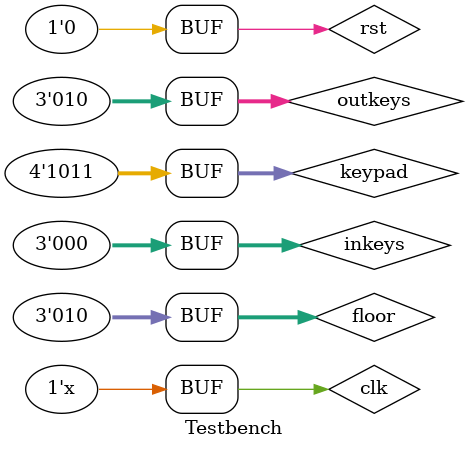
<source format=v>
`timescale 1ms / 1ps
module Testbench();
	reg clk, rst;
	reg [3:0] keypad;
	reg [2:0] inkeys, outkeys, floor;
	wire [1:0] power;
	wire door;
	
	Elevator elev(clk, rst, keypad, inkeys, outkeys, floor, power, door);
	
	
	initial
		begin
		clk = 0;
		end
		
	always
		#1 clk = !clk;
	
	initial
		begin
		
		//reset
		rst = 1;
		floor = 3'b001;
		#1.5
		rst = 0;
		
		//simple login and floor 2 and 3 request
		keypad = 4'b1010;
		#2
		keypad = 4'b0000;
		#2
		keypad = 4'b0000;
		#2
		keypad = 4'b0001;
		#2
		keypad = 4'b1010;
		#2
		keypad = 4'b1011;
		#2
		keypad = 4'b1010;
		#2
		keypad = 4'b0001;
		#2
		keypad = 4'b0001;
		#2
		keypad = 4'b0001;
		#2
		keypad = 4'b0001;
		#2
		keypad = 4'b1010;
		#2
		keypad = 4'b1011;
		#1
		inkeys = 3'b110;
		#1
		inkeys = 3'b000;
		#7
		floor = 3'b010;
		#12
		floor = 3'b100;
		
		//admin adds user, 111 : 1234
		keypad = 4'b1010;
		#2
		keypad = 4'b0000;
		#2
		keypad = 4'b0000;
		#2
		keypad = 4'b0001;
		#2
		keypad = 4'b1010;
		#2
		keypad = 4'b0001;
		#2
		keypad = 4'b0001;
		#2
		keypad = 4'b0001;
		#2
		keypad = 4'b0001;
		#2
		keypad = 4'b1010;
		#2
		keypad = 4'b1011;
		#2
		keypad = 4'b1010;
		#2
		keypad = 4'b0001;
		#2
		keypad = 4'b0001;
		#2
		keypad = 4'b0001;
		#2
		keypad = 4'b1011;
		#2
		keypad = 4'b0001;
		#2
		keypad = 4'b0010;
		#2
		keypad = 4'b0011;
		#2
		keypad = 4'b0100;
		#2
		keypad = 4'b1010;
		#2
		keypad = 4'b1011;
		#2
		
		//new user loggs in, and requests floor 2
		keypad = 4'b1010;
		#2
		keypad = 4'b0001;
		#2
		keypad = 4'b0001;
		#2
		keypad = 4'b0001;
		#2
		keypad = 4'b1010;
		#2
		keypad = 4'b1011;
		#2
		keypad = 4'b1010;
		#2
		keypad = 4'b0001;
		#2
		keypad = 4'b0010;
		#2
		keypad = 4'b0011;
		#2
		keypad = 4'b0100;
		#2
		keypad = 4'b1010;
		#2
		keypad = 4'b1011;
		#1
		outkeys = 3'b010;
		#1
		inkeys = 3'b000;
		#7
		floor = 3'b010;
		#5
		
		//admin sets that user as the new admin
		keypad = 4'b1010;
		#2
		keypad = 4'b0000;
		#2
		keypad = 4'b0000;
		#2
		keypad = 4'b0001;
		#2
		keypad = 4'b1010;
		#2
		keypad = 4'b0001;
		#2
		keypad = 4'b0001;
		#2
		keypad = 4'b0001;
		#2
		keypad = 4'b0001;
		#2
		keypad = 4'b1010;
		#2
		keypad = 4'b1011;
		#2
		keypad = 4'b1010;
		#2
		keypad = 4'b0000;
		#2
		keypad = 4'b0000;
		#2
		keypad = 4'b0001;
		#2
		keypad = 4'b1010;
		#2
		keypad = 4'b0001;
		#2
		keypad = 4'b0001;
		#2
		keypad = 4'b0001;
		#2
		keypad = 4'b0001;
		#2
		keypad = 4'b1010;
		#2
		keypad = 4'b1011;
		#2
		keypad = 4'b1010;
		#2
		keypad = 4'b0001;
		#2
		keypad = 4'b0001;
		#2
		keypad = 4'b0001;
		#2
		keypad = 4'b1011;
		#2
		keypad = 4'b1011;
		#2
		
		//new admin removes the previous admin
		keypad = 4'b1010;
		#2
		keypad = 4'b0001;
		#2
		keypad = 4'b0001;
		#2
		keypad = 4'b0001;
		#2
		keypad = 4'b1010;
		#2
		keypad = 4'b0001;
		#2
		keypad = 4'b0010;
		#2
		keypad = 4'b0011;
		#2
		keypad = 4'b0100;
		#2
		keypad = 4'b1010;
		#2
		keypad = 4'b1011;
		#2
		keypad = 4'b1010;
		#2
		keypad = 4'b0000;
		#2
		keypad = 4'b0000;
		#2
		keypad = 4'b0001;
		#2
		keypad = 4'b1010;
		#2
		keypad = 4'b1011;
		
		//the previous admin tries to login but he can't
		keypad = 4'b1010;
		#2
		keypad = 4'b0000;
		#2
		keypad = 4'b0000;
		#2
		keypad = 4'b0001;
		#2
		keypad = 4'b1010;
		#2
		keypad = 4'b1011;
		#2
		keypad = 4'b1010;
		#2
		keypad = 4'b0001;
		#2
		keypad = 4'b0001;
		#2
		keypad = 4'b0001;
		#2
		keypad = 4'b0001;
		#2
		keypad = 4'b1010;
		#2
		keypad = 4'b1011;
		#1
		inkeys = 3'b001;
		#1
		inkeys = 3'b000;	

		
		end

endmodule

</source>
